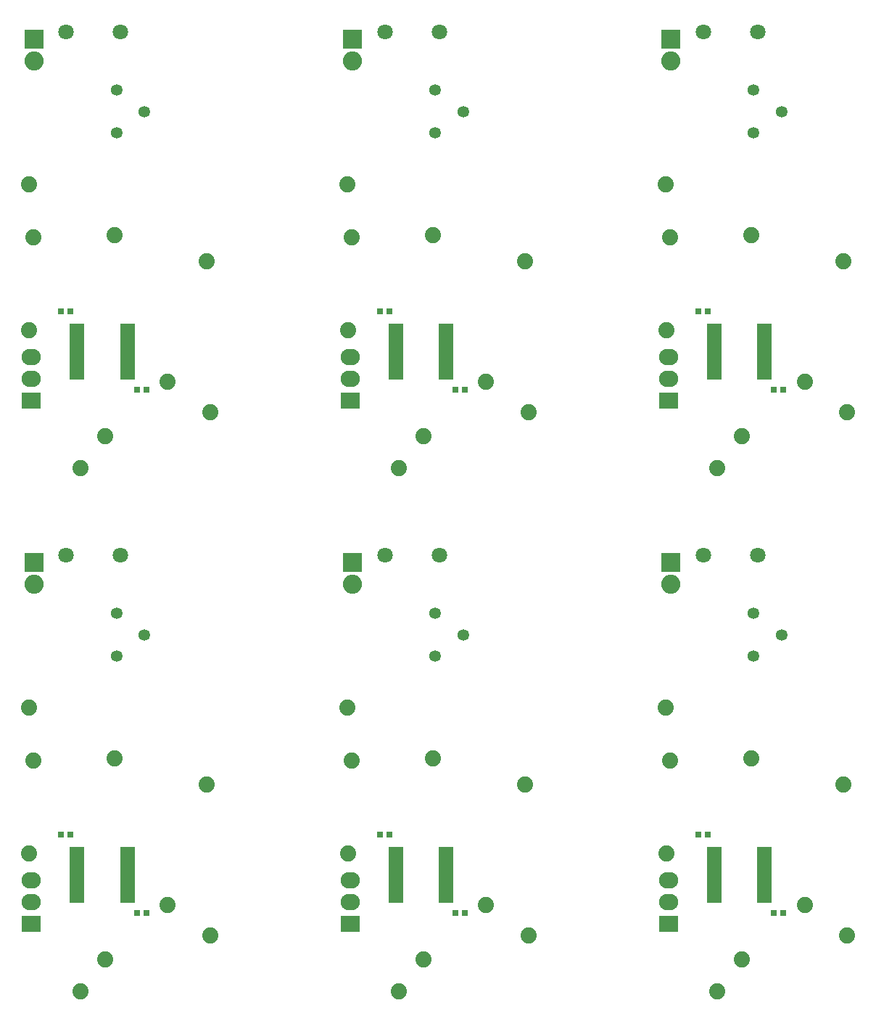
<source format=gbr>
G04 #@! TF.FileFunction,Soldermask,Bot*
%FSLAX46Y46*%
G04 Gerber Fmt 4.6, Leading zero omitted, Abs format (unit mm)*
G04 Created by KiCad (PCBNEW 4.0.2+dfsg1-stable) date Mon 02 May 2016 01:19:17 PM EDT*
%MOMM*%
G01*
G04 APERTURE LIST*
%ADD10C,0.100000*%
%ADD11C,1.883200*%
%ADD12R,1.653200X0.653200*%
%ADD13C,1.803200*%
%ADD14R,0.803200X0.703200*%
%ADD15R,2.235200X2.235200*%
%ADD16O,2.235200X2.235200*%
%ADD17C,1.353200*%
%ADD18R,2.235200X1.930400*%
%ADD19O,2.235200X1.930400*%
G04 APERTURE END LIST*
D10*
D11*
X89166200Y-92805000D03*
D12*
X100705000Y-109362400D03*
X100705000Y-110012400D03*
X100705000Y-110662400D03*
X100705000Y-111312400D03*
X100705000Y-111962400D03*
X100705000Y-112612400D03*
X100705000Y-113262400D03*
X100705000Y-113912400D03*
X100705000Y-114562400D03*
X100705000Y-115212400D03*
X94805000Y-115212400D03*
X94805000Y-114562400D03*
X94805000Y-113912400D03*
X94805000Y-113262400D03*
X94805000Y-112612400D03*
X94805000Y-111962400D03*
X94805000Y-111312400D03*
X94805000Y-110662400D03*
X94805000Y-110012400D03*
X94805000Y-109362400D03*
D11*
X99173800Y-98723200D03*
X89217000Y-109797600D03*
D13*
X99885000Y-75017000D03*
X93535000Y-75017000D03*
D14*
X92934200Y-107613200D03*
X94034200Y-107613200D03*
X101773400Y-116757200D03*
X102873400Y-116757200D03*
D15*
X89775800Y-75812400D03*
D16*
X89775800Y-78352400D03*
D17*
X102678000Y-84296000D03*
X99378000Y-86796000D03*
X99378000Y-81796000D03*
D11*
X110349800Y-119398800D03*
X95160600Y-125901200D03*
X98056200Y-122142000D03*
X105371400Y-115842800D03*
X89674200Y-98926400D03*
X109892600Y-101720400D03*
D18*
X89471000Y-117976400D03*
D19*
X89471000Y-115436400D03*
X89471000Y-112896400D03*
D11*
X89166200Y-31750000D03*
D12*
X100705000Y-48307400D03*
X100705000Y-48957400D03*
X100705000Y-49607400D03*
X100705000Y-50257400D03*
X100705000Y-50907400D03*
X100705000Y-51557400D03*
X100705000Y-52207400D03*
X100705000Y-52857400D03*
X100705000Y-53507400D03*
X100705000Y-54157400D03*
X94805000Y-54157400D03*
X94805000Y-53507400D03*
X94805000Y-52857400D03*
X94805000Y-52207400D03*
X94805000Y-51557400D03*
X94805000Y-50907400D03*
X94805000Y-50257400D03*
X94805000Y-49607400D03*
X94805000Y-48957400D03*
X94805000Y-48307400D03*
D11*
X99173800Y-37668200D03*
X89217000Y-48742600D03*
D13*
X99885000Y-13962000D03*
X93535000Y-13962000D03*
D14*
X92934200Y-46558200D03*
X94034200Y-46558200D03*
X101773400Y-55702200D03*
X102873400Y-55702200D03*
D15*
X89775800Y-14757400D03*
D16*
X89775800Y-17297400D03*
D17*
X102678000Y-23241000D03*
X99378000Y-25741000D03*
X99378000Y-20741000D03*
D11*
X110349800Y-58343800D03*
X95160600Y-64846200D03*
X98056200Y-61087000D03*
X105371400Y-54787800D03*
X89674200Y-37871400D03*
X109892600Y-40665400D03*
D18*
X89471000Y-56921400D03*
D19*
X89471000Y-54381400D03*
X89471000Y-51841400D03*
D11*
X51987200Y-92805000D03*
D12*
X63526000Y-109362400D03*
X63526000Y-110012400D03*
X63526000Y-110662400D03*
X63526000Y-111312400D03*
X63526000Y-111962400D03*
X63526000Y-112612400D03*
X63526000Y-113262400D03*
X63526000Y-113912400D03*
X63526000Y-114562400D03*
X63526000Y-115212400D03*
X57626000Y-115212400D03*
X57626000Y-114562400D03*
X57626000Y-113912400D03*
X57626000Y-113262400D03*
X57626000Y-112612400D03*
X57626000Y-111962400D03*
X57626000Y-111312400D03*
X57626000Y-110662400D03*
X57626000Y-110012400D03*
X57626000Y-109362400D03*
D11*
X61994800Y-98723200D03*
X52038000Y-109797600D03*
D13*
X62706000Y-75017000D03*
X56356000Y-75017000D03*
D14*
X55755200Y-107613200D03*
X56855200Y-107613200D03*
X64594400Y-116757200D03*
X65694400Y-116757200D03*
D15*
X52596800Y-75812400D03*
D16*
X52596800Y-78352400D03*
D17*
X65499000Y-84296000D03*
X62199000Y-86796000D03*
X62199000Y-81796000D03*
D11*
X73170800Y-119398800D03*
X57981600Y-125901200D03*
X60877200Y-122142000D03*
X68192400Y-115842800D03*
X52495200Y-98926400D03*
X72713600Y-101720400D03*
D18*
X52292000Y-117976400D03*
D19*
X52292000Y-115436400D03*
X52292000Y-112896400D03*
D11*
X51987200Y-31750000D03*
D12*
X63526000Y-48307400D03*
X63526000Y-48957400D03*
X63526000Y-49607400D03*
X63526000Y-50257400D03*
X63526000Y-50907400D03*
X63526000Y-51557400D03*
X63526000Y-52207400D03*
X63526000Y-52857400D03*
X63526000Y-53507400D03*
X63526000Y-54157400D03*
X57626000Y-54157400D03*
X57626000Y-53507400D03*
X57626000Y-52857400D03*
X57626000Y-52207400D03*
X57626000Y-51557400D03*
X57626000Y-50907400D03*
X57626000Y-50257400D03*
X57626000Y-49607400D03*
X57626000Y-48957400D03*
X57626000Y-48307400D03*
D11*
X61994800Y-37668200D03*
X52038000Y-48742600D03*
D13*
X62706000Y-13962000D03*
X56356000Y-13962000D03*
D14*
X55755200Y-46558200D03*
X56855200Y-46558200D03*
X64594400Y-55702200D03*
X65694400Y-55702200D03*
D15*
X52596800Y-14757400D03*
D16*
X52596800Y-17297400D03*
D17*
X65499000Y-23241000D03*
X62199000Y-25741000D03*
X62199000Y-20741000D03*
D11*
X73170800Y-58343800D03*
X57981600Y-64846200D03*
X60877200Y-61087000D03*
X68192400Y-54787800D03*
X52495200Y-37871400D03*
X72713600Y-40665400D03*
D18*
X52292000Y-56921400D03*
D19*
X52292000Y-54381400D03*
X52292000Y-51841400D03*
D11*
X14808200Y-92805000D03*
D12*
X26347000Y-109362400D03*
X26347000Y-110012400D03*
X26347000Y-110662400D03*
X26347000Y-111312400D03*
X26347000Y-111962400D03*
X26347000Y-112612400D03*
X26347000Y-113262400D03*
X26347000Y-113912400D03*
X26347000Y-114562400D03*
X26347000Y-115212400D03*
X20447000Y-115212400D03*
X20447000Y-114562400D03*
X20447000Y-113912400D03*
X20447000Y-113262400D03*
X20447000Y-112612400D03*
X20447000Y-111962400D03*
X20447000Y-111312400D03*
X20447000Y-110662400D03*
X20447000Y-110012400D03*
X20447000Y-109362400D03*
D11*
X24815800Y-98723200D03*
X14859000Y-109797600D03*
D13*
X25527000Y-75017000D03*
X19177000Y-75017000D03*
D14*
X18576200Y-107613200D03*
X19676200Y-107613200D03*
X27415400Y-116757200D03*
X28515400Y-116757200D03*
D15*
X15417800Y-75812400D03*
D16*
X15417800Y-78352400D03*
D17*
X28320000Y-84296000D03*
X25020000Y-86796000D03*
X25020000Y-81796000D03*
D11*
X35991800Y-119398800D03*
X20802600Y-125901200D03*
X23698200Y-122142000D03*
X31013400Y-115842800D03*
X15316200Y-98926400D03*
X35534600Y-101720400D03*
D18*
X15113000Y-117976400D03*
D19*
X15113000Y-115436400D03*
X15113000Y-112896400D03*
D18*
X15113000Y-56921400D03*
D19*
X15113000Y-54381400D03*
X15113000Y-51841400D03*
D11*
X35534600Y-40665400D03*
X15316200Y-37871400D03*
X31013400Y-54787800D03*
X23698200Y-61087000D03*
X20802600Y-64846200D03*
X35991800Y-58343800D03*
D17*
X28320000Y-23241000D03*
X25020000Y-25741000D03*
X25020000Y-20741000D03*
D15*
X15417800Y-14757400D03*
D16*
X15417800Y-17297400D03*
D14*
X27415400Y-55702200D03*
X28515400Y-55702200D03*
X18576200Y-46558200D03*
X19676200Y-46558200D03*
D13*
X25527000Y-13962000D03*
X19177000Y-13962000D03*
D11*
X14859000Y-48742600D03*
X24815800Y-37668200D03*
D12*
X26347000Y-48307400D03*
X26347000Y-48957400D03*
X26347000Y-49607400D03*
X26347000Y-50257400D03*
X26347000Y-50907400D03*
X26347000Y-51557400D03*
X26347000Y-52207400D03*
X26347000Y-52857400D03*
X26347000Y-53507400D03*
X26347000Y-54157400D03*
X20447000Y-54157400D03*
X20447000Y-53507400D03*
X20447000Y-52857400D03*
X20447000Y-52207400D03*
X20447000Y-51557400D03*
X20447000Y-50907400D03*
X20447000Y-50257400D03*
X20447000Y-49607400D03*
X20447000Y-48957400D03*
X20447000Y-48307400D03*
D11*
X14808200Y-31750000D03*
M02*

</source>
